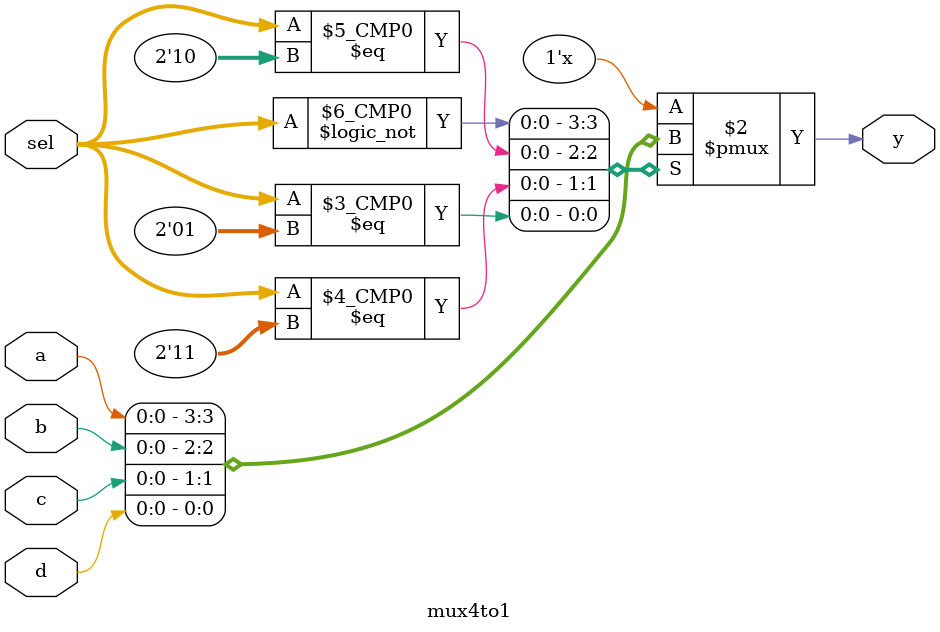
<source format=v>
module mux4to1(a, b, c, d, sel, y);
  input a, b, c, d;
  input [1:0] sel;
  output reg y;
  always @(*) begin
    case(sel)
      2'b00: y = a;
      2'b10: y = b;
      2'b11: y = c;
      2'b01: y = d;
    endcase
  end
endmodule

</source>
